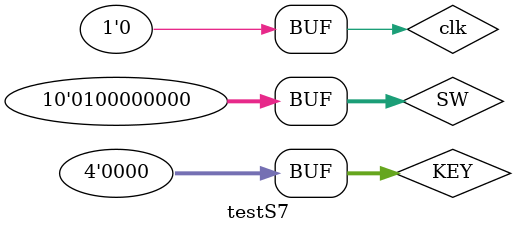
<source format=v>
`timescale 1ns/1ns

module testS7;
	reg clk = 0;
	reg [9:0]SW = 0;
	reg [3:0]KEY = 0;

	wire [9:0]LEDR;
	wire [6:0]HEX0;
	wire [6:0]HEX1;
	wire [6:0]HEX2;
	wire [6:0]HEX3;
	wire [6:0]HEX4;
	wire [6:0]HEX5;
	
	MyComputer mc(clk, LEDR, SW, KEY, HEX0, HEX1, HEX2, HEX3, HEX4, HEX5);	
	
	initial begin
		repeat (50) #10 clk = !clk;
	end
	
	initial begin
		SW[8] = 1;
	end
endmodule

</source>
